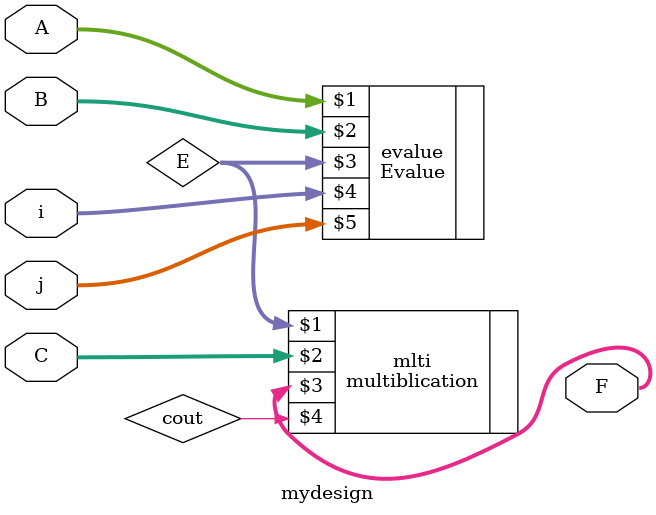
<source format=v>
module mydesign(A,B,i,j,C,F);
	input [7:0]A,B,C;
	input [2:0]i,j;
	output [15:0]F;
	wire [7:0]E;
	wire cout;
	Evalue evalue(A,B,E,i,j);
	
	multiblication mlti(E,C,F,cout);


endmodule

</source>
